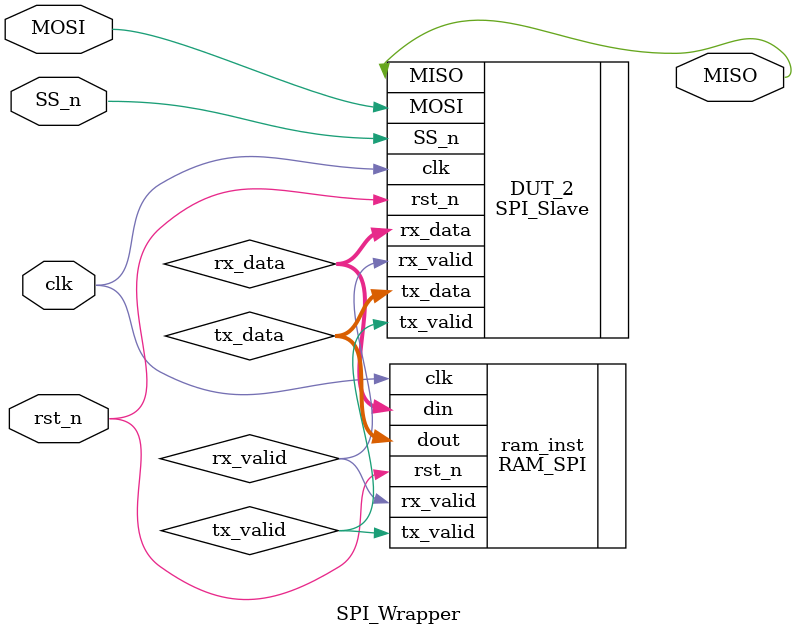
<source format=v>
module SPI_Wrapper(clk,rst_n,MOSI,MISO,SS_n);
  // Ports
  input clk,rst_n,MOSI,SS_n;
  output MISO;
  // Internal Signals
  wire rx_valid,tx_valid;
  wire [9:0] rx_data;
  wire [7:0] tx_data;
  // Instantiation
  RAM_SPI ram_inst(.clk(clk),.rst_n(rst_n),.din(rx_data),.rx_valid(rx_valid),.dout(tx_data),.tx_valid(tx_valid));
  SPI_Slave DUT_2(.clk(clk),.rst_n(rst_n),.MOSI(MOSI),.MISO(MISO),.SS_n(SS_n),.rx_data(rx_data),.rx_valid(rx_valid),
                  .tx_data(tx_data),.tx_valid(tx_valid));
endmodule
</source>
